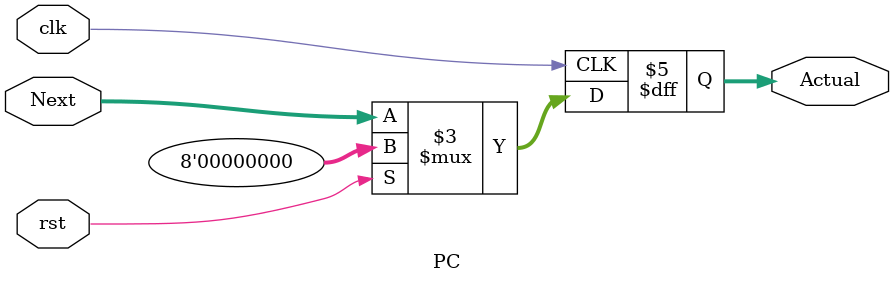
<source format=sv>
module PC  #(parameter DEPTHI = 8)
(  
   input  wire               clk,     //Clock Signal
   input  wire               rst,     //Reset Signal
   input  reg [(DEPTHI-1):0] Next,    //Next Number Instruction
   output reg [(DEPTHI-1):0] Actual   //Actual Number Instruction
);


always @(posedge clk) begin
  
   if(rst)
      Actual = 'h00;
   else
      Actual = Next;

end

endmodule


</source>
